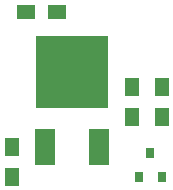
<source format=gtp>
G04 #@! TF.GenerationSoftware,KiCad,Pcbnew,5.0.0-rc2*
G04 #@! TF.CreationDate,2019-01-06T14:06:09-05:00*
G04 #@! TF.ProjectId,msp_shield,6D73705F736869656C642E6B69636164,rev?*
G04 #@! TF.SameCoordinates,Original*
G04 #@! TF.FileFunction,Paste,Top*
G04 #@! TF.FilePolarity,Positive*
%FSLAX46Y46*%
G04 Gerber Fmt 4.6, Leading zero omitted, Abs format (unit mm)*
G04 Created by KiCad (PCBNEW 5.0.0-rc2) date Sun Jan  6 14:06:09 2019*
%MOMM*%
%LPD*%
G01*
G04 APERTURE LIST*
%ADD10R,1.250000X1.500000*%
%ADD11R,1.651000X3.048000*%
%ADD12R,6.096000X6.096000*%
%ADD13R,1.500000X1.300000*%
%ADD14R,0.800000X0.900000*%
G04 APERTURE END LIST*
D10*
G04 #@! TO.C,C1*
X127000000Y-74950000D03*
X127000000Y-77450000D03*
G04 #@! TD*
G04 #@! TO.C,C2*
X137160000Y-69870000D03*
X137160000Y-72370000D03*
G04 #@! TD*
D11*
G04 #@! TO.C,U1*
X129794000Y-74930000D03*
D12*
X132080000Y-68580000D03*
D11*
X134366000Y-74930000D03*
G04 #@! TD*
D10*
G04 #@! TO.C,C4*
X139700000Y-72370000D03*
X139700000Y-69870000D03*
G04 #@! TD*
D13*
G04 #@! TO.C,F1*
X130890000Y-63500000D03*
X128190000Y-63500000D03*
G04 #@! TD*
D14*
G04 #@! TO.C,U2*
X137800000Y-77470000D03*
X139700000Y-77470000D03*
X138750000Y-75470000D03*
G04 #@! TD*
M02*

</source>
